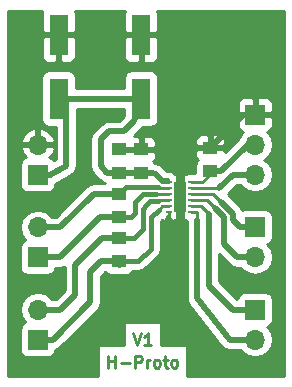
<source format=gtl>
G04 #@! TF.FileFunction,Copper,L1,Top,Signal*
%FSLAX46Y46*%
G04 Gerber Fmt 4.6, Leading zero omitted, Abs format (unit mm)*
G04 Created by KiCad (PCBNEW 4.0.7) date 03/06/18 20:44:10*
%MOMM*%
%LPD*%
G01*
G04 APERTURE LIST*
%ADD10C,0.020000*%
%ADD11C,0.250000*%
%ADD12R,1.250000X1.000000*%
%ADD13R,1.600000X3.500000*%
%ADD14R,1.700000X1.700000*%
%ADD15O,1.700000X1.700000*%
%ADD16R,0.500000X0.250000*%
%ADD17R,1.000000X2.650000*%
%ADD18R,0.950000X1.170000*%
%ADD19C,0.508000*%
%ADD20C,0.381000*%
%ADD21C,0.254000*%
%ADD22C,0.762000*%
G04 APERTURE END LIST*
D10*
D11*
X136350476Y-121372381D02*
X136683809Y-122372381D01*
X137017143Y-121372381D01*
X137874286Y-122372381D02*
X137302857Y-122372381D01*
X137588571Y-122372381D02*
X137588571Y-121372381D01*
X137493333Y-121515238D01*
X137398095Y-121610476D01*
X137302857Y-121658095D01*
X134255238Y-124277381D02*
X134255238Y-123277381D01*
X134255238Y-123753571D02*
X134826667Y-123753571D01*
X134826667Y-124277381D02*
X134826667Y-123277381D01*
X135302857Y-123896429D02*
X136064762Y-123896429D01*
X136540952Y-124277381D02*
X136540952Y-123277381D01*
X136921905Y-123277381D01*
X137017143Y-123325000D01*
X137064762Y-123372619D01*
X137112381Y-123467857D01*
X137112381Y-123610714D01*
X137064762Y-123705952D01*
X137017143Y-123753571D01*
X136921905Y-123801190D01*
X136540952Y-123801190D01*
X137540952Y-124277381D02*
X137540952Y-123610714D01*
X137540952Y-123801190D02*
X137588571Y-123705952D01*
X137636190Y-123658333D01*
X137731428Y-123610714D01*
X137826667Y-123610714D01*
X138302857Y-124277381D02*
X138207619Y-124229762D01*
X138160000Y-124182143D01*
X138112381Y-124086905D01*
X138112381Y-123801190D01*
X138160000Y-123705952D01*
X138207619Y-123658333D01*
X138302857Y-123610714D01*
X138445715Y-123610714D01*
X138540953Y-123658333D01*
X138588572Y-123705952D01*
X138636191Y-123801190D01*
X138636191Y-124086905D01*
X138588572Y-124182143D01*
X138540953Y-124229762D01*
X138445715Y-124277381D01*
X138302857Y-124277381D01*
X138921905Y-123610714D02*
X139302857Y-123610714D01*
X139064762Y-123277381D02*
X139064762Y-124134524D01*
X139112381Y-124229762D01*
X139207619Y-124277381D01*
X139302857Y-124277381D01*
X139779048Y-124277381D02*
X139683810Y-124229762D01*
X139636191Y-124182143D01*
X139588572Y-124086905D01*
X139588572Y-123801190D01*
X139636191Y-123705952D01*
X139683810Y-123658333D01*
X139779048Y-123610714D01*
X139921906Y-123610714D01*
X140017144Y-123658333D01*
X140064763Y-123705952D01*
X140112382Y-123801190D01*
X140112382Y-124086905D01*
X140064763Y-124182143D01*
X140017144Y-124229762D01*
X139921906Y-124277381D01*
X139779048Y-124277381D01*
D12*
X137033000Y-107807000D03*
X137033000Y-105807000D03*
D13*
X137033000Y-101506000D03*
X137033000Y-96106000D03*
X130048000Y-101506000D03*
X130048000Y-96106000D03*
D12*
X135128000Y-109553500D03*
X135128000Y-111553500D03*
X135128000Y-113300000D03*
X135128000Y-115300000D03*
X135128000Y-107807000D03*
X135128000Y-105807000D03*
X142875000Y-105680000D03*
X142875000Y-107680000D03*
D14*
X128270000Y-114935000D03*
D15*
X128270000Y-112395000D03*
D14*
X128270000Y-121920000D03*
D15*
X128270000Y-119380000D03*
D14*
X146685000Y-112395000D03*
D15*
X146685000Y-114935000D03*
D14*
X146685000Y-119380000D03*
D15*
X146685000Y-121920000D03*
D14*
X128270000Y-107950000D03*
D15*
X128270000Y-105410000D03*
D16*
X139385000Y-108605000D03*
X139385000Y-109105000D03*
X139385000Y-109605000D03*
X139385000Y-110105000D03*
X139385000Y-110605000D03*
X139385000Y-111105000D03*
X141285000Y-111105000D03*
X141285000Y-110605000D03*
X141285000Y-110105000D03*
X141285000Y-109605000D03*
X141285000Y-109105000D03*
X141285000Y-108605000D03*
D17*
X140335000Y-109855000D03*
D18*
X140335000Y-110540000D03*
X140335000Y-109170000D03*
D14*
X146685000Y-102870000D03*
D15*
X146685000Y-105410000D03*
X146685000Y-107950000D03*
D19*
X130683000Y-101506000D02*
X130683000Y-107188000D01*
X129286000Y-107950000D02*
X128270000Y-107950000D01*
X130683000Y-107188000D02*
X129286000Y-107950000D01*
X137033000Y-101506000D02*
X130683000Y-101506000D01*
X137033000Y-101506000D02*
X136398000Y-103441500D01*
X134159500Y-107807000D02*
X135128000Y-107807000D01*
X133604000Y-107251500D02*
X134159500Y-107807000D01*
X133604000Y-104965500D02*
X133604000Y-107251500D01*
X134302500Y-104267000D02*
X133604000Y-104965500D01*
X135572500Y-104267000D02*
X134302500Y-104267000D01*
X136398000Y-103441500D02*
X135572500Y-104267000D01*
D20*
X139223750Y-108426250D02*
X139255500Y-108458000D01*
X138842750Y-108426250D02*
X139223750Y-108426250D01*
X138842750Y-108426250D02*
X138874500Y-108458000D01*
X138033000Y-107807000D02*
X138223500Y-107807000D01*
X138223500Y-107807000D02*
X138842750Y-108426250D01*
D19*
X137033000Y-107807000D02*
X138033000Y-107807000D01*
X138033000Y-107807000D02*
X138049000Y-107823000D01*
X135128000Y-107807000D02*
X137033000Y-107807000D01*
X137033000Y-101506000D02*
X137033000Y-102806500D01*
X130619500Y-102077500D02*
X130683000Y-101506000D01*
D20*
X134985000Y-107950000D02*
X135128000Y-107807000D01*
D21*
X139385000Y-108605000D02*
X138831000Y-108605000D01*
X138684000Y-108458000D02*
X138049000Y-107823000D01*
X138831000Y-108605000D02*
X138684000Y-108458000D01*
X138049000Y-107823000D02*
X137049000Y-107823000D01*
X137049000Y-107823000D02*
X137033000Y-107807000D01*
X139385000Y-111105000D02*
X139385000Y-111440000D01*
X139385000Y-111440000D02*
X139065000Y-111760000D01*
D22*
X140335000Y-109855000D02*
X140335000Y-113030000D01*
X140335000Y-109855000D02*
X140335000Y-107315000D01*
D19*
X146685000Y-102870000D02*
X145685000Y-102870000D01*
X145685000Y-102870000D02*
X142875000Y-105680000D01*
X128270000Y-112395000D02*
X130175000Y-112395000D01*
X133016500Y-109553500D02*
X135128000Y-109553500D01*
X130175000Y-112395000D02*
X133016500Y-109553500D01*
D20*
X136271000Y-108966000D02*
X135715500Y-108966000D01*
X135715500Y-108966000D02*
X135128000Y-109553500D01*
X138430000Y-108966000D02*
X138460142Y-108966000D01*
X138465071Y-108970929D02*
X138465071Y-108966000D01*
X138460142Y-108966000D02*
X138465071Y-108970929D01*
X138176000Y-108966000D02*
X138465071Y-108966000D01*
X136144000Y-108966000D02*
X136271000Y-108966000D01*
X136271000Y-108966000D02*
X138176000Y-108966000D01*
D21*
X138569000Y-109105000D02*
X138430000Y-108966000D01*
X138569000Y-109105000D02*
X139385000Y-109105000D01*
D19*
X128270000Y-114935000D02*
X130175000Y-114935000D01*
X133556500Y-111553500D02*
X135128000Y-111553500D01*
X130175000Y-114935000D02*
X133556500Y-111553500D01*
D20*
X128841500Y-114935000D02*
X128270000Y-114935000D01*
X136525000Y-110299500D02*
X136525000Y-111188500D01*
X136525000Y-111188500D02*
X136160000Y-111553500D01*
X136160000Y-111553500D02*
X135128000Y-111553500D01*
X138307000Y-109605000D02*
X137219500Y-109605000D01*
X137219500Y-109605000D02*
X136525000Y-110299500D01*
D21*
X139385000Y-109605000D02*
X138307000Y-109605000D01*
X138307000Y-109605000D02*
X138303000Y-109601000D01*
D19*
X128270000Y-119380000D02*
X130175000Y-119380000D01*
X133715000Y-113300000D02*
X135128000Y-113300000D01*
X131445000Y-115570000D02*
X133715000Y-113300000D01*
X131445000Y-118110000D02*
X131445000Y-115570000D01*
X130175000Y-119380000D02*
X131445000Y-118110000D01*
D20*
X128270000Y-119380000D02*
X128778000Y-119380000D01*
X134858000Y-113300000D02*
X135128000Y-113300000D01*
X137477500Y-110553500D02*
X137160000Y-110871000D01*
X137160000Y-110871000D02*
X137160000Y-112585500D01*
X137160000Y-112585500D02*
X136445500Y-113300000D01*
X136445500Y-113300000D02*
X135128000Y-113300000D01*
X138461750Y-110204250D02*
X137826750Y-110204250D01*
X137826750Y-110204250D02*
X137477500Y-110553500D01*
D21*
X139385000Y-110105000D02*
X138561000Y-110105000D01*
X138561000Y-110105000D02*
X138461750Y-110204250D01*
D19*
X128270000Y-121920000D02*
X129540000Y-121920000D01*
X133620000Y-115300000D02*
X135128000Y-115300000D01*
X132715000Y-116205000D02*
X133620000Y-115300000D01*
X132715000Y-118745000D02*
X132715000Y-116205000D01*
X129540000Y-121920000D02*
X132715000Y-118745000D01*
D20*
X128270000Y-121920000D02*
X128778000Y-121920000D01*
X135128000Y-115570000D02*
X135128000Y-115300000D01*
X137858500Y-111569500D02*
X137858500Y-114236500D01*
X137858500Y-114236500D02*
X136795000Y-115300000D01*
X136795000Y-115300000D02*
X135128000Y-115300000D01*
X138525250Y-110902750D02*
X137858500Y-111569500D01*
D21*
X139385000Y-110605000D02*
X138823000Y-110605000D01*
X138823000Y-110605000D02*
X138525250Y-110902750D01*
X138525250Y-110902750D02*
X138303000Y-111125000D01*
D19*
X143764000Y-110236000D02*
X144780000Y-111252000D01*
D21*
X143133000Y-109605000D02*
X143764000Y-110236000D01*
X141285000Y-109605000D02*
X143133000Y-109605000D01*
D19*
X145415000Y-112395000D02*
X146685000Y-112395000D01*
X144780000Y-111760000D02*
X145415000Y-112395000D01*
X144780000Y-111252000D02*
X144780000Y-111760000D01*
X143256000Y-110744000D02*
X144018000Y-111506000D01*
D21*
X142617000Y-110105000D02*
X143256000Y-110744000D01*
X141285000Y-110105000D02*
X142617000Y-110105000D01*
D19*
X145161000Y-114935000D02*
X146685000Y-114935000D01*
X144018000Y-113792000D02*
X145161000Y-114935000D01*
X144018000Y-111506000D02*
X144018000Y-113792000D01*
X142748000Y-111252000D02*
X142748000Y-117348000D01*
D21*
X142101000Y-110605000D02*
X142748000Y-111252000D01*
X141285000Y-110605000D02*
X142101000Y-110605000D01*
D19*
X144780000Y-119380000D02*
X146685000Y-119380000D01*
X142748000Y-117348000D02*
X144780000Y-119380000D01*
D21*
X141285000Y-111105000D02*
X141775500Y-111105000D01*
X141795500Y-111760000D02*
X141793000Y-111760000D01*
X141795500Y-111125000D02*
X141795500Y-111760000D01*
X141775500Y-111105000D02*
X141795500Y-111125000D01*
D19*
X141793000Y-111760000D02*
X141793000Y-118425000D01*
X144526000Y-121920000D02*
X146685000Y-121920000D01*
X141793000Y-118425000D02*
X144526000Y-121920000D01*
X146685000Y-105410000D02*
X146050000Y-105410000D01*
X146050000Y-105410000D02*
X143780000Y-107680000D01*
X143780000Y-107680000D02*
X142875000Y-107680000D01*
D21*
X141285000Y-108605000D02*
X142220000Y-108605000D01*
X142220000Y-108605000D02*
X142875000Y-107950000D01*
X142875000Y-107950000D02*
X142875000Y-107680000D01*
D19*
X144780000Y-107950000D02*
X143625000Y-109105000D01*
X146685000Y-107950000D02*
X144780000Y-107950000D01*
D21*
X143625000Y-109105000D02*
X141285000Y-109105000D01*
G36*
X128613000Y-94229691D02*
X128613000Y-95820250D01*
X128771750Y-95979000D01*
X129921000Y-95979000D01*
X129921000Y-95959000D01*
X130175000Y-95959000D01*
X130175000Y-95979000D01*
X131324250Y-95979000D01*
X131483000Y-95820250D01*
X131483000Y-94229691D01*
X131410641Y-94055000D01*
X135670359Y-94055000D01*
X135598000Y-94229691D01*
X135598000Y-95820250D01*
X135756750Y-95979000D01*
X136906000Y-95979000D01*
X136906000Y-95959000D01*
X137160000Y-95959000D01*
X137160000Y-95979000D01*
X138309250Y-95979000D01*
X138468000Y-95820250D01*
X138468000Y-94229691D01*
X138395641Y-94055000D01*
X149150000Y-94055000D01*
X149150000Y-125020000D01*
X140937858Y-125020000D01*
X140937858Y-122365000D01*
X138699762Y-122365000D01*
X138699762Y-120460000D01*
X135620238Y-120460000D01*
X135620238Y-122365000D01*
X133382143Y-122365000D01*
X133382143Y-125020000D01*
X125805000Y-125020000D01*
X125805000Y-112395000D01*
X126755907Y-112395000D01*
X126868946Y-112963285D01*
X127190853Y-113445054D01*
X127232452Y-113472850D01*
X127184683Y-113481838D01*
X126968559Y-113620910D01*
X126823569Y-113833110D01*
X126772560Y-114085000D01*
X126772560Y-115785000D01*
X126816838Y-116020317D01*
X126955910Y-116236441D01*
X127168110Y-116381431D01*
X127420000Y-116432440D01*
X129120000Y-116432440D01*
X129355317Y-116388162D01*
X129571441Y-116249090D01*
X129716431Y-116036890D01*
X129759542Y-115824000D01*
X130175000Y-115824000D01*
X130515206Y-115756329D01*
X130556000Y-115729071D01*
X130556000Y-117741764D01*
X129806764Y-118491000D01*
X129456760Y-118491000D01*
X129349147Y-118329946D01*
X128867378Y-118008039D01*
X128299093Y-117895000D01*
X128240907Y-117895000D01*
X127672622Y-118008039D01*
X127190853Y-118329946D01*
X126868946Y-118811715D01*
X126755907Y-119380000D01*
X126868946Y-119948285D01*
X127190853Y-120430054D01*
X127232452Y-120457850D01*
X127184683Y-120466838D01*
X126968559Y-120605910D01*
X126823569Y-120818110D01*
X126772560Y-121070000D01*
X126772560Y-122770000D01*
X126816838Y-123005317D01*
X126955910Y-123221441D01*
X127168110Y-123366431D01*
X127420000Y-123417440D01*
X129120000Y-123417440D01*
X129355317Y-123373162D01*
X129571441Y-123234090D01*
X129716431Y-123021890D01*
X129767440Y-122770000D01*
X129767440Y-122763759D01*
X129880206Y-122741329D01*
X130168618Y-122548618D01*
X133343618Y-119373618D01*
X133536329Y-119085206D01*
X133604000Y-118745000D01*
X133604000Y-116573236D01*
X133988236Y-116189000D01*
X133998730Y-116189000D01*
X134038910Y-116251441D01*
X134251110Y-116396431D01*
X134503000Y-116447440D01*
X135753000Y-116447440D01*
X135988317Y-116403162D01*
X136204441Y-116264090D01*
X136299135Y-116125500D01*
X136795000Y-116125500D01*
X137110906Y-116062663D01*
X137378717Y-115883717D01*
X138442217Y-114820217D01*
X138621163Y-114552406D01*
X138684000Y-114236500D01*
X138684000Y-111911434D01*
X138811934Y-111783500D01*
X139008691Y-111865000D01*
X139101250Y-111865000D01*
X139260000Y-111706250D01*
X139260000Y-111451163D01*
X139296673Y-111539699D01*
X139475302Y-111718327D01*
X139555152Y-111751402D01*
X139668750Y-111865000D01*
X139761309Y-111865000D01*
X139882020Y-111815000D01*
X140049250Y-111815000D01*
X140208000Y-111656250D01*
X140208000Y-111505991D01*
X140270000Y-111356310D01*
X140270000Y-111326250D01*
X140208000Y-111264250D01*
X140208000Y-111016182D01*
X140231431Y-110981890D01*
X140246558Y-110907192D01*
X140270000Y-110883750D01*
X140270000Y-110853690D01*
X140261532Y-110833247D01*
X140282440Y-110730000D01*
X140282440Y-110480000D01*
X140258056Y-110350411D01*
X140282440Y-110230000D01*
X140282440Y-109980000D01*
X140258056Y-109850411D01*
X140282440Y-109730000D01*
X140282440Y-109480000D01*
X140258056Y-109350411D01*
X140282440Y-109230000D01*
X140282440Y-108980000D01*
X140258056Y-108850411D01*
X140282440Y-108730000D01*
X140282440Y-108480000D01*
X140387560Y-108480000D01*
X140387560Y-108730000D01*
X140411944Y-108859589D01*
X140387560Y-108980000D01*
X140387560Y-109230000D01*
X140411944Y-109359589D01*
X140387560Y-109480000D01*
X140387560Y-109730000D01*
X140411944Y-109859589D01*
X140387560Y-109980000D01*
X140387560Y-110230000D01*
X140411944Y-110359589D01*
X140387560Y-110480000D01*
X140387560Y-110730000D01*
X140411944Y-110859589D01*
X140387560Y-110980000D01*
X140387560Y-111230000D01*
X140431838Y-111465317D01*
X140462000Y-111512190D01*
X140462000Y-111656250D01*
X140620750Y-111815000D01*
X140766380Y-111815000D01*
X140783110Y-111826431D01*
X140904000Y-111850912D01*
X140904000Y-118425000D01*
X140927468Y-118542981D01*
X140936434Y-118662941D01*
X140961022Y-118711672D01*
X140971671Y-118765206D01*
X141038503Y-118865227D01*
X141092692Y-118972622D01*
X143825693Y-122467623D01*
X143867057Y-122503234D01*
X143897382Y-122548618D01*
X143997403Y-122615450D01*
X144088567Y-122693934D01*
X144140411Y-122711005D01*
X144185794Y-122741329D01*
X144303774Y-122764797D01*
X144418035Y-122802420D01*
X144472467Y-122798352D01*
X144526000Y-122809000D01*
X145498240Y-122809000D01*
X145605853Y-122970054D01*
X146087622Y-123291961D01*
X146655907Y-123405000D01*
X146714093Y-123405000D01*
X147282378Y-123291961D01*
X147764147Y-122970054D01*
X148086054Y-122488285D01*
X148199093Y-121920000D01*
X148086054Y-121351715D01*
X147764147Y-120869946D01*
X147722548Y-120842150D01*
X147770317Y-120833162D01*
X147986441Y-120694090D01*
X148131431Y-120481890D01*
X148182440Y-120230000D01*
X148182440Y-118530000D01*
X148138162Y-118294683D01*
X147999090Y-118078559D01*
X147786890Y-117933569D01*
X147535000Y-117882560D01*
X145835000Y-117882560D01*
X145599683Y-117926838D01*
X145383559Y-118065910D01*
X145238569Y-118278110D01*
X145195458Y-118491000D01*
X145148236Y-118491000D01*
X143637000Y-116979764D01*
X143637000Y-114668236D01*
X144532382Y-115563618D01*
X144820794Y-115756329D01*
X145161000Y-115824000D01*
X145498240Y-115824000D01*
X145605853Y-115985054D01*
X146087622Y-116306961D01*
X146655907Y-116420000D01*
X146714093Y-116420000D01*
X147282378Y-116306961D01*
X147764147Y-115985054D01*
X148086054Y-115503285D01*
X148199093Y-114935000D01*
X148086054Y-114366715D01*
X147764147Y-113884946D01*
X147722548Y-113857150D01*
X147770317Y-113848162D01*
X147986441Y-113709090D01*
X148131431Y-113496890D01*
X148182440Y-113245000D01*
X148182440Y-111545000D01*
X148138162Y-111309683D01*
X147999090Y-111093559D01*
X147786890Y-110948569D01*
X147535000Y-110897560D01*
X145835000Y-110897560D01*
X145607030Y-110940456D01*
X145601329Y-110911794D01*
X145408618Y-110623382D01*
X144392618Y-109607382D01*
X144384967Y-109602269D01*
X145148236Y-108839000D01*
X145498240Y-108839000D01*
X145605853Y-109000054D01*
X146087622Y-109321961D01*
X146655907Y-109435000D01*
X146714093Y-109435000D01*
X147282378Y-109321961D01*
X147764147Y-109000054D01*
X148086054Y-108518285D01*
X148199093Y-107950000D01*
X148086054Y-107381715D01*
X147764147Y-106899946D01*
X147434974Y-106680000D01*
X147764147Y-106460054D01*
X148086054Y-105978285D01*
X148199093Y-105410000D01*
X148086054Y-104841715D01*
X147764147Y-104359946D01*
X147720223Y-104330597D01*
X147894698Y-104258327D01*
X148073327Y-104079699D01*
X148170000Y-103846310D01*
X148170000Y-103155750D01*
X148011250Y-102997000D01*
X146812000Y-102997000D01*
X146812000Y-103017000D01*
X146558000Y-103017000D01*
X146558000Y-102997000D01*
X145358750Y-102997000D01*
X145200000Y-103155750D01*
X145200000Y-103846310D01*
X145296673Y-104079699D01*
X145475302Y-104258327D01*
X145649777Y-104330597D01*
X145605853Y-104359946D01*
X145283946Y-104841715D01*
X145264801Y-104937963D01*
X144135000Y-106067764D01*
X144135000Y-105965750D01*
X143976250Y-105807000D01*
X143002000Y-105807000D01*
X143002000Y-105827000D01*
X142748000Y-105827000D01*
X142748000Y-105807000D01*
X141773750Y-105807000D01*
X141615000Y-105965750D01*
X141615000Y-106306309D01*
X141711673Y-106539698D01*
X141852910Y-106680936D01*
X141798559Y-106715910D01*
X141653569Y-106928110D01*
X141602560Y-107180000D01*
X141602560Y-107843000D01*
X141586554Y-107843000D01*
X141535000Y-107832560D01*
X141035000Y-107832560D01*
X140799683Y-107876838D01*
X140771458Y-107895000D01*
X140620750Y-107895000D01*
X140462000Y-108053750D01*
X140462000Y-108193818D01*
X140438569Y-108228110D01*
X140387560Y-108480000D01*
X140282440Y-108480000D01*
X140238162Y-108244683D01*
X140208000Y-108197810D01*
X140208000Y-108053750D01*
X140049250Y-107895000D01*
X139903620Y-107895000D01*
X139886890Y-107883569D01*
X139838754Y-107873821D01*
X139807467Y-107842533D01*
X139539656Y-107663587D01*
X139223750Y-107600750D01*
X139184683Y-107600750D01*
X138807217Y-107223283D01*
X138539406Y-107044337D01*
X138427774Y-107022132D01*
X138373206Y-106985671D01*
X138181244Y-106947488D01*
X138122090Y-106855559D01*
X138053994Y-106809031D01*
X138196327Y-106666698D01*
X138293000Y-106433309D01*
X138293000Y-106092750D01*
X138134250Y-105934000D01*
X137160000Y-105934000D01*
X137160000Y-105954000D01*
X136906000Y-105954000D01*
X136906000Y-105934000D01*
X135255000Y-105934000D01*
X135255000Y-105954000D01*
X135001000Y-105954000D01*
X135001000Y-105934000D01*
X134981000Y-105934000D01*
X134981000Y-105680000D01*
X135001000Y-105680000D01*
X135001000Y-105660000D01*
X135255000Y-105660000D01*
X135255000Y-105680000D01*
X136906000Y-105680000D01*
X136906000Y-104830750D01*
X137160000Y-104830750D01*
X137160000Y-105680000D01*
X138134250Y-105680000D01*
X138293000Y-105521250D01*
X138293000Y-105180691D01*
X138240395Y-105053691D01*
X141615000Y-105053691D01*
X141615000Y-105394250D01*
X141773750Y-105553000D01*
X142748000Y-105553000D01*
X142748000Y-104703750D01*
X143002000Y-104703750D01*
X143002000Y-105553000D01*
X143976250Y-105553000D01*
X144135000Y-105394250D01*
X144135000Y-105053691D01*
X144038327Y-104820302D01*
X143859699Y-104641673D01*
X143626310Y-104545000D01*
X143160750Y-104545000D01*
X143002000Y-104703750D01*
X142748000Y-104703750D01*
X142589250Y-104545000D01*
X142123690Y-104545000D01*
X141890301Y-104641673D01*
X141711673Y-104820302D01*
X141615000Y-105053691D01*
X138240395Y-105053691D01*
X138196327Y-104947302D01*
X138017699Y-104768673D01*
X137784310Y-104672000D01*
X137318750Y-104672000D01*
X137160000Y-104830750D01*
X136906000Y-104830750D01*
X136747250Y-104672000D01*
X136424736Y-104672000D01*
X137026618Y-104070118D01*
X137045541Y-104041798D01*
X137072349Y-104020788D01*
X137138508Y-103903440D01*
X137833000Y-103903440D01*
X138068317Y-103859162D01*
X138284441Y-103720090D01*
X138429431Y-103507890D01*
X138480440Y-103256000D01*
X138480440Y-101893690D01*
X145200000Y-101893690D01*
X145200000Y-102584250D01*
X145358750Y-102743000D01*
X146558000Y-102743000D01*
X146558000Y-101543750D01*
X146812000Y-101543750D01*
X146812000Y-102743000D01*
X148011250Y-102743000D01*
X148170000Y-102584250D01*
X148170000Y-101893690D01*
X148073327Y-101660301D01*
X147894698Y-101481673D01*
X147661309Y-101385000D01*
X146970750Y-101385000D01*
X146812000Y-101543750D01*
X146558000Y-101543750D01*
X146399250Y-101385000D01*
X145708691Y-101385000D01*
X145475302Y-101481673D01*
X145296673Y-101660301D01*
X145200000Y-101893690D01*
X138480440Y-101893690D01*
X138480440Y-99756000D01*
X138436162Y-99520683D01*
X138297090Y-99304559D01*
X138084890Y-99159569D01*
X137833000Y-99108560D01*
X136233000Y-99108560D01*
X135997683Y-99152838D01*
X135781559Y-99291910D01*
X135636569Y-99504110D01*
X135585560Y-99756000D01*
X135585560Y-100617000D01*
X131495440Y-100617000D01*
X131495440Y-99756000D01*
X131451162Y-99520683D01*
X131312090Y-99304559D01*
X131099890Y-99159569D01*
X130848000Y-99108560D01*
X129248000Y-99108560D01*
X129012683Y-99152838D01*
X128796559Y-99291910D01*
X128651569Y-99504110D01*
X128600560Y-99756000D01*
X128600560Y-103256000D01*
X128644838Y-103491317D01*
X128783910Y-103707441D01*
X128996110Y-103852431D01*
X129248000Y-103903440D01*
X129794000Y-103903440D01*
X129794000Y-106660260D01*
X129644198Y-106741970D01*
X129584090Y-106648559D01*
X129371890Y-106503569D01*
X129263893Y-106481699D01*
X129541645Y-106176924D01*
X129711476Y-105766890D01*
X129590155Y-105537000D01*
X128397000Y-105537000D01*
X128397000Y-105557000D01*
X128143000Y-105557000D01*
X128143000Y-105537000D01*
X126949845Y-105537000D01*
X126828524Y-105766890D01*
X126998355Y-106176924D01*
X127274501Y-106479937D01*
X127184683Y-106496838D01*
X126968559Y-106635910D01*
X126823569Y-106848110D01*
X126772560Y-107100000D01*
X126772560Y-108800000D01*
X126816838Y-109035317D01*
X126955910Y-109251441D01*
X127168110Y-109396431D01*
X127420000Y-109447440D01*
X129120000Y-109447440D01*
X129355317Y-109403162D01*
X129571441Y-109264090D01*
X129716431Y-109051890D01*
X129767440Y-108800000D01*
X129767440Y-108700045D01*
X131108699Y-107968449D01*
X131206103Y-107887121D01*
X131311618Y-107816618D01*
X131338214Y-107776814D01*
X131374960Y-107746133D01*
X131433828Y-107633718D01*
X131504329Y-107528206D01*
X131513668Y-107481254D01*
X131535876Y-107438846D01*
X131547244Y-107312460D01*
X131572000Y-107188000D01*
X131572000Y-102395000D01*
X135585560Y-102395000D01*
X135585560Y-102996704D01*
X135204264Y-103378000D01*
X134302500Y-103378000D01*
X133962294Y-103445671D01*
X133689676Y-103627829D01*
X133673882Y-103638382D01*
X132975382Y-104336882D01*
X132782671Y-104625294D01*
X132715000Y-104965500D01*
X132715000Y-107251500D01*
X132782671Y-107591706D01*
X132950269Y-107842534D01*
X132975382Y-107880118D01*
X133530882Y-108435618D01*
X133819295Y-108628330D01*
X133975132Y-108659327D01*
X133978461Y-108664500D01*
X133016500Y-108664500D01*
X132676294Y-108732171D01*
X132429604Y-108897004D01*
X132387882Y-108924882D01*
X129806764Y-111506000D01*
X129456760Y-111506000D01*
X129349147Y-111344946D01*
X128867378Y-111023039D01*
X128299093Y-110910000D01*
X128240907Y-110910000D01*
X127672622Y-111023039D01*
X127190853Y-111344946D01*
X126868946Y-111826715D01*
X126755907Y-112395000D01*
X125805000Y-112395000D01*
X125805000Y-105053110D01*
X126828524Y-105053110D01*
X126949845Y-105283000D01*
X128143000Y-105283000D01*
X128143000Y-104089181D01*
X128397000Y-104089181D01*
X128397000Y-105283000D01*
X129590155Y-105283000D01*
X129711476Y-105053110D01*
X129541645Y-104643076D01*
X129151358Y-104214817D01*
X128626892Y-103968514D01*
X128397000Y-104089181D01*
X128143000Y-104089181D01*
X127913108Y-103968514D01*
X127388642Y-104214817D01*
X126998355Y-104643076D01*
X126828524Y-105053110D01*
X125805000Y-105053110D01*
X125805000Y-96391750D01*
X128613000Y-96391750D01*
X128613000Y-97982309D01*
X128709673Y-98215698D01*
X128888301Y-98394327D01*
X129121690Y-98491000D01*
X129762250Y-98491000D01*
X129921000Y-98332250D01*
X129921000Y-96233000D01*
X130175000Y-96233000D01*
X130175000Y-98332250D01*
X130333750Y-98491000D01*
X130974310Y-98491000D01*
X131207699Y-98394327D01*
X131386327Y-98215698D01*
X131483000Y-97982309D01*
X131483000Y-96391750D01*
X135598000Y-96391750D01*
X135598000Y-97982309D01*
X135694673Y-98215698D01*
X135873301Y-98394327D01*
X136106690Y-98491000D01*
X136747250Y-98491000D01*
X136906000Y-98332250D01*
X136906000Y-96233000D01*
X137160000Y-96233000D01*
X137160000Y-98332250D01*
X137318750Y-98491000D01*
X137959310Y-98491000D01*
X138192699Y-98394327D01*
X138371327Y-98215698D01*
X138468000Y-97982309D01*
X138468000Y-96391750D01*
X138309250Y-96233000D01*
X137160000Y-96233000D01*
X136906000Y-96233000D01*
X135756750Y-96233000D01*
X135598000Y-96391750D01*
X131483000Y-96391750D01*
X131324250Y-96233000D01*
X130175000Y-96233000D01*
X129921000Y-96233000D01*
X128771750Y-96233000D01*
X128613000Y-96391750D01*
X125805000Y-96391750D01*
X125805000Y-94055000D01*
X128685359Y-94055000D01*
X128613000Y-94229691D01*
X128613000Y-94229691D01*
G37*
X128613000Y-94229691D02*
X128613000Y-95820250D01*
X128771750Y-95979000D01*
X129921000Y-95979000D01*
X129921000Y-95959000D01*
X130175000Y-95959000D01*
X130175000Y-95979000D01*
X131324250Y-95979000D01*
X131483000Y-95820250D01*
X131483000Y-94229691D01*
X131410641Y-94055000D01*
X135670359Y-94055000D01*
X135598000Y-94229691D01*
X135598000Y-95820250D01*
X135756750Y-95979000D01*
X136906000Y-95979000D01*
X136906000Y-95959000D01*
X137160000Y-95959000D01*
X137160000Y-95979000D01*
X138309250Y-95979000D01*
X138468000Y-95820250D01*
X138468000Y-94229691D01*
X138395641Y-94055000D01*
X149150000Y-94055000D01*
X149150000Y-125020000D01*
X140937858Y-125020000D01*
X140937858Y-122365000D01*
X138699762Y-122365000D01*
X138699762Y-120460000D01*
X135620238Y-120460000D01*
X135620238Y-122365000D01*
X133382143Y-122365000D01*
X133382143Y-125020000D01*
X125805000Y-125020000D01*
X125805000Y-112395000D01*
X126755907Y-112395000D01*
X126868946Y-112963285D01*
X127190853Y-113445054D01*
X127232452Y-113472850D01*
X127184683Y-113481838D01*
X126968559Y-113620910D01*
X126823569Y-113833110D01*
X126772560Y-114085000D01*
X126772560Y-115785000D01*
X126816838Y-116020317D01*
X126955910Y-116236441D01*
X127168110Y-116381431D01*
X127420000Y-116432440D01*
X129120000Y-116432440D01*
X129355317Y-116388162D01*
X129571441Y-116249090D01*
X129716431Y-116036890D01*
X129759542Y-115824000D01*
X130175000Y-115824000D01*
X130515206Y-115756329D01*
X130556000Y-115729071D01*
X130556000Y-117741764D01*
X129806764Y-118491000D01*
X129456760Y-118491000D01*
X129349147Y-118329946D01*
X128867378Y-118008039D01*
X128299093Y-117895000D01*
X128240907Y-117895000D01*
X127672622Y-118008039D01*
X127190853Y-118329946D01*
X126868946Y-118811715D01*
X126755907Y-119380000D01*
X126868946Y-119948285D01*
X127190853Y-120430054D01*
X127232452Y-120457850D01*
X127184683Y-120466838D01*
X126968559Y-120605910D01*
X126823569Y-120818110D01*
X126772560Y-121070000D01*
X126772560Y-122770000D01*
X126816838Y-123005317D01*
X126955910Y-123221441D01*
X127168110Y-123366431D01*
X127420000Y-123417440D01*
X129120000Y-123417440D01*
X129355317Y-123373162D01*
X129571441Y-123234090D01*
X129716431Y-123021890D01*
X129767440Y-122770000D01*
X129767440Y-122763759D01*
X129880206Y-122741329D01*
X130168618Y-122548618D01*
X133343618Y-119373618D01*
X133536329Y-119085206D01*
X133604000Y-118745000D01*
X133604000Y-116573236D01*
X133988236Y-116189000D01*
X133998730Y-116189000D01*
X134038910Y-116251441D01*
X134251110Y-116396431D01*
X134503000Y-116447440D01*
X135753000Y-116447440D01*
X135988317Y-116403162D01*
X136204441Y-116264090D01*
X136299135Y-116125500D01*
X136795000Y-116125500D01*
X137110906Y-116062663D01*
X137378717Y-115883717D01*
X138442217Y-114820217D01*
X138621163Y-114552406D01*
X138684000Y-114236500D01*
X138684000Y-111911434D01*
X138811934Y-111783500D01*
X139008691Y-111865000D01*
X139101250Y-111865000D01*
X139260000Y-111706250D01*
X139260000Y-111451163D01*
X139296673Y-111539699D01*
X139475302Y-111718327D01*
X139555152Y-111751402D01*
X139668750Y-111865000D01*
X139761309Y-111865000D01*
X139882020Y-111815000D01*
X140049250Y-111815000D01*
X140208000Y-111656250D01*
X140208000Y-111505991D01*
X140270000Y-111356310D01*
X140270000Y-111326250D01*
X140208000Y-111264250D01*
X140208000Y-111016182D01*
X140231431Y-110981890D01*
X140246558Y-110907192D01*
X140270000Y-110883750D01*
X140270000Y-110853690D01*
X140261532Y-110833247D01*
X140282440Y-110730000D01*
X140282440Y-110480000D01*
X140258056Y-110350411D01*
X140282440Y-110230000D01*
X140282440Y-109980000D01*
X140258056Y-109850411D01*
X140282440Y-109730000D01*
X140282440Y-109480000D01*
X140258056Y-109350411D01*
X140282440Y-109230000D01*
X140282440Y-108980000D01*
X140258056Y-108850411D01*
X140282440Y-108730000D01*
X140282440Y-108480000D01*
X140387560Y-108480000D01*
X140387560Y-108730000D01*
X140411944Y-108859589D01*
X140387560Y-108980000D01*
X140387560Y-109230000D01*
X140411944Y-109359589D01*
X140387560Y-109480000D01*
X140387560Y-109730000D01*
X140411944Y-109859589D01*
X140387560Y-109980000D01*
X140387560Y-110230000D01*
X140411944Y-110359589D01*
X140387560Y-110480000D01*
X140387560Y-110730000D01*
X140411944Y-110859589D01*
X140387560Y-110980000D01*
X140387560Y-111230000D01*
X140431838Y-111465317D01*
X140462000Y-111512190D01*
X140462000Y-111656250D01*
X140620750Y-111815000D01*
X140766380Y-111815000D01*
X140783110Y-111826431D01*
X140904000Y-111850912D01*
X140904000Y-118425000D01*
X140927468Y-118542981D01*
X140936434Y-118662941D01*
X140961022Y-118711672D01*
X140971671Y-118765206D01*
X141038503Y-118865227D01*
X141092692Y-118972622D01*
X143825693Y-122467623D01*
X143867057Y-122503234D01*
X143897382Y-122548618D01*
X143997403Y-122615450D01*
X144088567Y-122693934D01*
X144140411Y-122711005D01*
X144185794Y-122741329D01*
X144303774Y-122764797D01*
X144418035Y-122802420D01*
X144472467Y-122798352D01*
X144526000Y-122809000D01*
X145498240Y-122809000D01*
X145605853Y-122970054D01*
X146087622Y-123291961D01*
X146655907Y-123405000D01*
X146714093Y-123405000D01*
X147282378Y-123291961D01*
X147764147Y-122970054D01*
X148086054Y-122488285D01*
X148199093Y-121920000D01*
X148086054Y-121351715D01*
X147764147Y-120869946D01*
X147722548Y-120842150D01*
X147770317Y-120833162D01*
X147986441Y-120694090D01*
X148131431Y-120481890D01*
X148182440Y-120230000D01*
X148182440Y-118530000D01*
X148138162Y-118294683D01*
X147999090Y-118078559D01*
X147786890Y-117933569D01*
X147535000Y-117882560D01*
X145835000Y-117882560D01*
X145599683Y-117926838D01*
X145383559Y-118065910D01*
X145238569Y-118278110D01*
X145195458Y-118491000D01*
X145148236Y-118491000D01*
X143637000Y-116979764D01*
X143637000Y-114668236D01*
X144532382Y-115563618D01*
X144820794Y-115756329D01*
X145161000Y-115824000D01*
X145498240Y-115824000D01*
X145605853Y-115985054D01*
X146087622Y-116306961D01*
X146655907Y-116420000D01*
X146714093Y-116420000D01*
X147282378Y-116306961D01*
X147764147Y-115985054D01*
X148086054Y-115503285D01*
X148199093Y-114935000D01*
X148086054Y-114366715D01*
X147764147Y-113884946D01*
X147722548Y-113857150D01*
X147770317Y-113848162D01*
X147986441Y-113709090D01*
X148131431Y-113496890D01*
X148182440Y-113245000D01*
X148182440Y-111545000D01*
X148138162Y-111309683D01*
X147999090Y-111093559D01*
X147786890Y-110948569D01*
X147535000Y-110897560D01*
X145835000Y-110897560D01*
X145607030Y-110940456D01*
X145601329Y-110911794D01*
X145408618Y-110623382D01*
X144392618Y-109607382D01*
X144384967Y-109602269D01*
X145148236Y-108839000D01*
X145498240Y-108839000D01*
X145605853Y-109000054D01*
X146087622Y-109321961D01*
X146655907Y-109435000D01*
X146714093Y-109435000D01*
X147282378Y-109321961D01*
X147764147Y-109000054D01*
X148086054Y-108518285D01*
X148199093Y-107950000D01*
X148086054Y-107381715D01*
X147764147Y-106899946D01*
X147434974Y-106680000D01*
X147764147Y-106460054D01*
X148086054Y-105978285D01*
X148199093Y-105410000D01*
X148086054Y-104841715D01*
X147764147Y-104359946D01*
X147720223Y-104330597D01*
X147894698Y-104258327D01*
X148073327Y-104079699D01*
X148170000Y-103846310D01*
X148170000Y-103155750D01*
X148011250Y-102997000D01*
X146812000Y-102997000D01*
X146812000Y-103017000D01*
X146558000Y-103017000D01*
X146558000Y-102997000D01*
X145358750Y-102997000D01*
X145200000Y-103155750D01*
X145200000Y-103846310D01*
X145296673Y-104079699D01*
X145475302Y-104258327D01*
X145649777Y-104330597D01*
X145605853Y-104359946D01*
X145283946Y-104841715D01*
X145264801Y-104937963D01*
X144135000Y-106067764D01*
X144135000Y-105965750D01*
X143976250Y-105807000D01*
X143002000Y-105807000D01*
X143002000Y-105827000D01*
X142748000Y-105827000D01*
X142748000Y-105807000D01*
X141773750Y-105807000D01*
X141615000Y-105965750D01*
X141615000Y-106306309D01*
X141711673Y-106539698D01*
X141852910Y-106680936D01*
X141798559Y-106715910D01*
X141653569Y-106928110D01*
X141602560Y-107180000D01*
X141602560Y-107843000D01*
X141586554Y-107843000D01*
X141535000Y-107832560D01*
X141035000Y-107832560D01*
X140799683Y-107876838D01*
X140771458Y-107895000D01*
X140620750Y-107895000D01*
X140462000Y-108053750D01*
X140462000Y-108193818D01*
X140438569Y-108228110D01*
X140387560Y-108480000D01*
X140282440Y-108480000D01*
X140238162Y-108244683D01*
X140208000Y-108197810D01*
X140208000Y-108053750D01*
X140049250Y-107895000D01*
X139903620Y-107895000D01*
X139886890Y-107883569D01*
X139838754Y-107873821D01*
X139807467Y-107842533D01*
X139539656Y-107663587D01*
X139223750Y-107600750D01*
X139184683Y-107600750D01*
X138807217Y-107223283D01*
X138539406Y-107044337D01*
X138427774Y-107022132D01*
X138373206Y-106985671D01*
X138181244Y-106947488D01*
X138122090Y-106855559D01*
X138053994Y-106809031D01*
X138196327Y-106666698D01*
X138293000Y-106433309D01*
X138293000Y-106092750D01*
X138134250Y-105934000D01*
X137160000Y-105934000D01*
X137160000Y-105954000D01*
X136906000Y-105954000D01*
X136906000Y-105934000D01*
X135255000Y-105934000D01*
X135255000Y-105954000D01*
X135001000Y-105954000D01*
X135001000Y-105934000D01*
X134981000Y-105934000D01*
X134981000Y-105680000D01*
X135001000Y-105680000D01*
X135001000Y-105660000D01*
X135255000Y-105660000D01*
X135255000Y-105680000D01*
X136906000Y-105680000D01*
X136906000Y-104830750D01*
X137160000Y-104830750D01*
X137160000Y-105680000D01*
X138134250Y-105680000D01*
X138293000Y-105521250D01*
X138293000Y-105180691D01*
X138240395Y-105053691D01*
X141615000Y-105053691D01*
X141615000Y-105394250D01*
X141773750Y-105553000D01*
X142748000Y-105553000D01*
X142748000Y-104703750D01*
X143002000Y-104703750D01*
X143002000Y-105553000D01*
X143976250Y-105553000D01*
X144135000Y-105394250D01*
X144135000Y-105053691D01*
X144038327Y-104820302D01*
X143859699Y-104641673D01*
X143626310Y-104545000D01*
X143160750Y-104545000D01*
X143002000Y-104703750D01*
X142748000Y-104703750D01*
X142589250Y-104545000D01*
X142123690Y-104545000D01*
X141890301Y-104641673D01*
X141711673Y-104820302D01*
X141615000Y-105053691D01*
X138240395Y-105053691D01*
X138196327Y-104947302D01*
X138017699Y-104768673D01*
X137784310Y-104672000D01*
X137318750Y-104672000D01*
X137160000Y-104830750D01*
X136906000Y-104830750D01*
X136747250Y-104672000D01*
X136424736Y-104672000D01*
X137026618Y-104070118D01*
X137045541Y-104041798D01*
X137072349Y-104020788D01*
X137138508Y-103903440D01*
X137833000Y-103903440D01*
X138068317Y-103859162D01*
X138284441Y-103720090D01*
X138429431Y-103507890D01*
X138480440Y-103256000D01*
X138480440Y-101893690D01*
X145200000Y-101893690D01*
X145200000Y-102584250D01*
X145358750Y-102743000D01*
X146558000Y-102743000D01*
X146558000Y-101543750D01*
X146812000Y-101543750D01*
X146812000Y-102743000D01*
X148011250Y-102743000D01*
X148170000Y-102584250D01*
X148170000Y-101893690D01*
X148073327Y-101660301D01*
X147894698Y-101481673D01*
X147661309Y-101385000D01*
X146970750Y-101385000D01*
X146812000Y-101543750D01*
X146558000Y-101543750D01*
X146399250Y-101385000D01*
X145708691Y-101385000D01*
X145475302Y-101481673D01*
X145296673Y-101660301D01*
X145200000Y-101893690D01*
X138480440Y-101893690D01*
X138480440Y-99756000D01*
X138436162Y-99520683D01*
X138297090Y-99304559D01*
X138084890Y-99159569D01*
X137833000Y-99108560D01*
X136233000Y-99108560D01*
X135997683Y-99152838D01*
X135781559Y-99291910D01*
X135636569Y-99504110D01*
X135585560Y-99756000D01*
X135585560Y-100617000D01*
X131495440Y-100617000D01*
X131495440Y-99756000D01*
X131451162Y-99520683D01*
X131312090Y-99304559D01*
X131099890Y-99159569D01*
X130848000Y-99108560D01*
X129248000Y-99108560D01*
X129012683Y-99152838D01*
X128796559Y-99291910D01*
X128651569Y-99504110D01*
X128600560Y-99756000D01*
X128600560Y-103256000D01*
X128644838Y-103491317D01*
X128783910Y-103707441D01*
X128996110Y-103852431D01*
X129248000Y-103903440D01*
X129794000Y-103903440D01*
X129794000Y-106660260D01*
X129644198Y-106741970D01*
X129584090Y-106648559D01*
X129371890Y-106503569D01*
X129263893Y-106481699D01*
X129541645Y-106176924D01*
X129711476Y-105766890D01*
X129590155Y-105537000D01*
X128397000Y-105537000D01*
X128397000Y-105557000D01*
X128143000Y-105557000D01*
X128143000Y-105537000D01*
X126949845Y-105537000D01*
X126828524Y-105766890D01*
X126998355Y-106176924D01*
X127274501Y-106479937D01*
X127184683Y-106496838D01*
X126968559Y-106635910D01*
X126823569Y-106848110D01*
X126772560Y-107100000D01*
X126772560Y-108800000D01*
X126816838Y-109035317D01*
X126955910Y-109251441D01*
X127168110Y-109396431D01*
X127420000Y-109447440D01*
X129120000Y-109447440D01*
X129355317Y-109403162D01*
X129571441Y-109264090D01*
X129716431Y-109051890D01*
X129767440Y-108800000D01*
X129767440Y-108700045D01*
X131108699Y-107968449D01*
X131206103Y-107887121D01*
X131311618Y-107816618D01*
X131338214Y-107776814D01*
X131374960Y-107746133D01*
X131433828Y-107633718D01*
X131504329Y-107528206D01*
X131513668Y-107481254D01*
X131535876Y-107438846D01*
X131547244Y-107312460D01*
X131572000Y-107188000D01*
X131572000Y-102395000D01*
X135585560Y-102395000D01*
X135585560Y-102996704D01*
X135204264Y-103378000D01*
X134302500Y-103378000D01*
X133962294Y-103445671D01*
X133689676Y-103627829D01*
X133673882Y-103638382D01*
X132975382Y-104336882D01*
X132782671Y-104625294D01*
X132715000Y-104965500D01*
X132715000Y-107251500D01*
X132782671Y-107591706D01*
X132950269Y-107842534D01*
X132975382Y-107880118D01*
X133530882Y-108435618D01*
X133819295Y-108628330D01*
X133975132Y-108659327D01*
X133978461Y-108664500D01*
X133016500Y-108664500D01*
X132676294Y-108732171D01*
X132429604Y-108897004D01*
X132387882Y-108924882D01*
X129806764Y-111506000D01*
X129456760Y-111506000D01*
X129349147Y-111344946D01*
X128867378Y-111023039D01*
X128299093Y-110910000D01*
X128240907Y-110910000D01*
X127672622Y-111023039D01*
X127190853Y-111344946D01*
X126868946Y-111826715D01*
X126755907Y-112395000D01*
X125805000Y-112395000D01*
X125805000Y-105053110D01*
X126828524Y-105053110D01*
X126949845Y-105283000D01*
X128143000Y-105283000D01*
X128143000Y-104089181D01*
X128397000Y-104089181D01*
X128397000Y-105283000D01*
X129590155Y-105283000D01*
X129711476Y-105053110D01*
X129541645Y-104643076D01*
X129151358Y-104214817D01*
X128626892Y-103968514D01*
X128397000Y-104089181D01*
X128143000Y-104089181D01*
X127913108Y-103968514D01*
X127388642Y-104214817D01*
X126998355Y-104643076D01*
X126828524Y-105053110D01*
X125805000Y-105053110D01*
X125805000Y-96391750D01*
X128613000Y-96391750D01*
X128613000Y-97982309D01*
X128709673Y-98215698D01*
X128888301Y-98394327D01*
X129121690Y-98491000D01*
X129762250Y-98491000D01*
X129921000Y-98332250D01*
X129921000Y-96233000D01*
X130175000Y-96233000D01*
X130175000Y-98332250D01*
X130333750Y-98491000D01*
X130974310Y-98491000D01*
X131207699Y-98394327D01*
X131386327Y-98215698D01*
X131483000Y-97982309D01*
X131483000Y-96391750D01*
X135598000Y-96391750D01*
X135598000Y-97982309D01*
X135694673Y-98215698D01*
X135873301Y-98394327D01*
X136106690Y-98491000D01*
X136747250Y-98491000D01*
X136906000Y-98332250D01*
X136906000Y-96233000D01*
X137160000Y-96233000D01*
X137160000Y-98332250D01*
X137318750Y-98491000D01*
X137959310Y-98491000D01*
X138192699Y-98394327D01*
X138371327Y-98215698D01*
X138468000Y-97982309D01*
X138468000Y-96391750D01*
X138309250Y-96233000D01*
X137160000Y-96233000D01*
X136906000Y-96233000D01*
X135756750Y-96233000D01*
X135598000Y-96391750D01*
X131483000Y-96391750D01*
X131324250Y-96233000D01*
X130175000Y-96233000D01*
X129921000Y-96233000D01*
X128771750Y-96233000D01*
X128613000Y-96391750D01*
X125805000Y-96391750D01*
X125805000Y-94055000D01*
X128685359Y-94055000D01*
X128613000Y-94229691D01*
M02*

</source>
